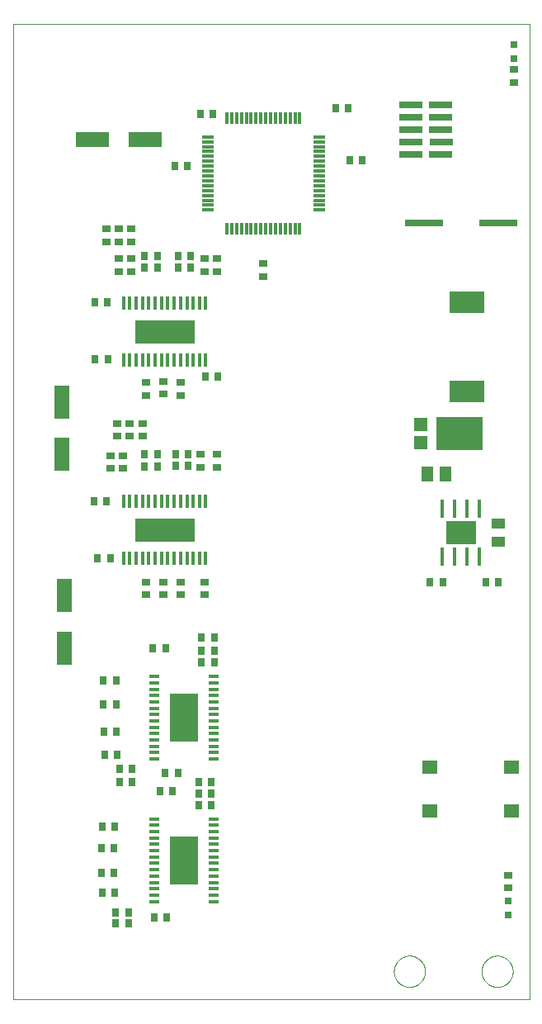
<source format=gbp>
G75*
%MOIN*%
%OFA0B0*%
%FSLAX25Y25*%
%IPPOS*%
%LPD*%
%AMOC8*
5,1,8,0,0,1.08239X$1,22.5*
%
%ADD10C,0.00000*%
%ADD11R,0.03937X0.01378*%
%ADD12R,0.11811X0.19685*%
%ADD13R,0.02756X0.03543*%
%ADD14R,0.01400X0.05800*%
%ADD15R,0.24300X0.09400*%
%ADD16R,0.03543X0.02756*%
%ADD17R,0.13780X0.06299*%
%ADD18R,0.06299X0.13780*%
%ADD19R,0.04724X0.01181*%
%ADD20R,0.01181X0.04724*%
%ADD21R,0.05700X0.04400*%
%ADD22R,0.15200X0.03100*%
%ADD23R,0.05118X0.05906*%
%ADD24R,0.05500X0.05500*%
%ADD25R,0.19100X0.13200*%
%ADD26R,0.03150X0.03150*%
%ADD27R,0.01800X0.07800*%
%ADD28R,0.12200X0.09400*%
%ADD29C,0.00600*%
%ADD30R,0.14173X0.09055*%
%ADD31R,0.06300X0.05512*%
%ADD32R,0.09700X0.02650*%
D10*
X0034894Y0034921D02*
X0034894Y0428622D01*
X0243555Y0428622D01*
X0243555Y0034921D01*
X0034894Y0034921D01*
X0188831Y0046339D02*
X0188833Y0046497D01*
X0188839Y0046655D01*
X0188849Y0046813D01*
X0188863Y0046971D01*
X0188881Y0047128D01*
X0188902Y0047285D01*
X0188928Y0047441D01*
X0188958Y0047597D01*
X0188991Y0047752D01*
X0189029Y0047905D01*
X0189070Y0048058D01*
X0189115Y0048210D01*
X0189164Y0048361D01*
X0189217Y0048510D01*
X0189273Y0048658D01*
X0189333Y0048804D01*
X0189397Y0048949D01*
X0189465Y0049092D01*
X0189536Y0049234D01*
X0189610Y0049374D01*
X0189688Y0049511D01*
X0189770Y0049647D01*
X0189854Y0049781D01*
X0189943Y0049912D01*
X0190034Y0050041D01*
X0190129Y0050168D01*
X0190226Y0050293D01*
X0190327Y0050415D01*
X0190431Y0050534D01*
X0190538Y0050651D01*
X0190648Y0050765D01*
X0190761Y0050876D01*
X0190876Y0050985D01*
X0190994Y0051090D01*
X0191115Y0051192D01*
X0191238Y0051292D01*
X0191364Y0051388D01*
X0191492Y0051481D01*
X0191622Y0051571D01*
X0191755Y0051657D01*
X0191890Y0051741D01*
X0192026Y0051820D01*
X0192165Y0051897D01*
X0192306Y0051969D01*
X0192448Y0052039D01*
X0192592Y0052104D01*
X0192738Y0052166D01*
X0192885Y0052224D01*
X0193034Y0052279D01*
X0193184Y0052330D01*
X0193335Y0052377D01*
X0193487Y0052420D01*
X0193640Y0052459D01*
X0193795Y0052495D01*
X0193950Y0052526D01*
X0194106Y0052554D01*
X0194262Y0052578D01*
X0194419Y0052598D01*
X0194577Y0052614D01*
X0194734Y0052626D01*
X0194893Y0052634D01*
X0195051Y0052638D01*
X0195209Y0052638D01*
X0195367Y0052634D01*
X0195526Y0052626D01*
X0195683Y0052614D01*
X0195841Y0052598D01*
X0195998Y0052578D01*
X0196154Y0052554D01*
X0196310Y0052526D01*
X0196465Y0052495D01*
X0196620Y0052459D01*
X0196773Y0052420D01*
X0196925Y0052377D01*
X0197076Y0052330D01*
X0197226Y0052279D01*
X0197375Y0052224D01*
X0197522Y0052166D01*
X0197668Y0052104D01*
X0197812Y0052039D01*
X0197954Y0051969D01*
X0198095Y0051897D01*
X0198234Y0051820D01*
X0198370Y0051741D01*
X0198505Y0051657D01*
X0198638Y0051571D01*
X0198768Y0051481D01*
X0198896Y0051388D01*
X0199022Y0051292D01*
X0199145Y0051192D01*
X0199266Y0051090D01*
X0199384Y0050985D01*
X0199499Y0050876D01*
X0199612Y0050765D01*
X0199722Y0050651D01*
X0199829Y0050534D01*
X0199933Y0050415D01*
X0200034Y0050293D01*
X0200131Y0050168D01*
X0200226Y0050041D01*
X0200317Y0049912D01*
X0200406Y0049781D01*
X0200490Y0049647D01*
X0200572Y0049511D01*
X0200650Y0049374D01*
X0200724Y0049234D01*
X0200795Y0049092D01*
X0200863Y0048949D01*
X0200927Y0048804D01*
X0200987Y0048658D01*
X0201043Y0048510D01*
X0201096Y0048361D01*
X0201145Y0048210D01*
X0201190Y0048058D01*
X0201231Y0047905D01*
X0201269Y0047752D01*
X0201302Y0047597D01*
X0201332Y0047441D01*
X0201358Y0047285D01*
X0201379Y0047128D01*
X0201397Y0046971D01*
X0201411Y0046813D01*
X0201421Y0046655D01*
X0201427Y0046497D01*
X0201429Y0046339D01*
X0201427Y0046181D01*
X0201421Y0046023D01*
X0201411Y0045865D01*
X0201397Y0045707D01*
X0201379Y0045550D01*
X0201358Y0045393D01*
X0201332Y0045237D01*
X0201302Y0045081D01*
X0201269Y0044926D01*
X0201231Y0044773D01*
X0201190Y0044620D01*
X0201145Y0044468D01*
X0201096Y0044317D01*
X0201043Y0044168D01*
X0200987Y0044020D01*
X0200927Y0043874D01*
X0200863Y0043729D01*
X0200795Y0043586D01*
X0200724Y0043444D01*
X0200650Y0043304D01*
X0200572Y0043167D01*
X0200490Y0043031D01*
X0200406Y0042897D01*
X0200317Y0042766D01*
X0200226Y0042637D01*
X0200131Y0042510D01*
X0200034Y0042385D01*
X0199933Y0042263D01*
X0199829Y0042144D01*
X0199722Y0042027D01*
X0199612Y0041913D01*
X0199499Y0041802D01*
X0199384Y0041693D01*
X0199266Y0041588D01*
X0199145Y0041486D01*
X0199022Y0041386D01*
X0198896Y0041290D01*
X0198768Y0041197D01*
X0198638Y0041107D01*
X0198505Y0041021D01*
X0198370Y0040937D01*
X0198234Y0040858D01*
X0198095Y0040781D01*
X0197954Y0040709D01*
X0197812Y0040639D01*
X0197668Y0040574D01*
X0197522Y0040512D01*
X0197375Y0040454D01*
X0197226Y0040399D01*
X0197076Y0040348D01*
X0196925Y0040301D01*
X0196773Y0040258D01*
X0196620Y0040219D01*
X0196465Y0040183D01*
X0196310Y0040152D01*
X0196154Y0040124D01*
X0195998Y0040100D01*
X0195841Y0040080D01*
X0195683Y0040064D01*
X0195526Y0040052D01*
X0195367Y0040044D01*
X0195209Y0040040D01*
X0195051Y0040040D01*
X0194893Y0040044D01*
X0194734Y0040052D01*
X0194577Y0040064D01*
X0194419Y0040080D01*
X0194262Y0040100D01*
X0194106Y0040124D01*
X0193950Y0040152D01*
X0193795Y0040183D01*
X0193640Y0040219D01*
X0193487Y0040258D01*
X0193335Y0040301D01*
X0193184Y0040348D01*
X0193034Y0040399D01*
X0192885Y0040454D01*
X0192738Y0040512D01*
X0192592Y0040574D01*
X0192448Y0040639D01*
X0192306Y0040709D01*
X0192165Y0040781D01*
X0192026Y0040858D01*
X0191890Y0040937D01*
X0191755Y0041021D01*
X0191622Y0041107D01*
X0191492Y0041197D01*
X0191364Y0041290D01*
X0191238Y0041386D01*
X0191115Y0041486D01*
X0190994Y0041588D01*
X0190876Y0041693D01*
X0190761Y0041802D01*
X0190648Y0041913D01*
X0190538Y0042027D01*
X0190431Y0042144D01*
X0190327Y0042263D01*
X0190226Y0042385D01*
X0190129Y0042510D01*
X0190034Y0042637D01*
X0189943Y0042766D01*
X0189854Y0042897D01*
X0189770Y0043031D01*
X0189688Y0043167D01*
X0189610Y0043304D01*
X0189536Y0043444D01*
X0189465Y0043586D01*
X0189397Y0043729D01*
X0189333Y0043874D01*
X0189273Y0044020D01*
X0189217Y0044168D01*
X0189164Y0044317D01*
X0189115Y0044468D01*
X0189070Y0044620D01*
X0189029Y0044773D01*
X0188991Y0044926D01*
X0188958Y0045081D01*
X0188928Y0045237D01*
X0188902Y0045393D01*
X0188881Y0045550D01*
X0188863Y0045707D01*
X0188849Y0045865D01*
X0188839Y0046023D01*
X0188833Y0046181D01*
X0188831Y0046339D01*
X0224264Y0046339D02*
X0224266Y0046497D01*
X0224272Y0046655D01*
X0224282Y0046813D01*
X0224296Y0046971D01*
X0224314Y0047128D01*
X0224335Y0047285D01*
X0224361Y0047441D01*
X0224391Y0047597D01*
X0224424Y0047752D01*
X0224462Y0047905D01*
X0224503Y0048058D01*
X0224548Y0048210D01*
X0224597Y0048361D01*
X0224650Y0048510D01*
X0224706Y0048658D01*
X0224766Y0048804D01*
X0224830Y0048949D01*
X0224898Y0049092D01*
X0224969Y0049234D01*
X0225043Y0049374D01*
X0225121Y0049511D01*
X0225203Y0049647D01*
X0225287Y0049781D01*
X0225376Y0049912D01*
X0225467Y0050041D01*
X0225562Y0050168D01*
X0225659Y0050293D01*
X0225760Y0050415D01*
X0225864Y0050534D01*
X0225971Y0050651D01*
X0226081Y0050765D01*
X0226194Y0050876D01*
X0226309Y0050985D01*
X0226427Y0051090D01*
X0226548Y0051192D01*
X0226671Y0051292D01*
X0226797Y0051388D01*
X0226925Y0051481D01*
X0227055Y0051571D01*
X0227188Y0051657D01*
X0227323Y0051741D01*
X0227459Y0051820D01*
X0227598Y0051897D01*
X0227739Y0051969D01*
X0227881Y0052039D01*
X0228025Y0052104D01*
X0228171Y0052166D01*
X0228318Y0052224D01*
X0228467Y0052279D01*
X0228617Y0052330D01*
X0228768Y0052377D01*
X0228920Y0052420D01*
X0229073Y0052459D01*
X0229228Y0052495D01*
X0229383Y0052526D01*
X0229539Y0052554D01*
X0229695Y0052578D01*
X0229852Y0052598D01*
X0230010Y0052614D01*
X0230167Y0052626D01*
X0230326Y0052634D01*
X0230484Y0052638D01*
X0230642Y0052638D01*
X0230800Y0052634D01*
X0230959Y0052626D01*
X0231116Y0052614D01*
X0231274Y0052598D01*
X0231431Y0052578D01*
X0231587Y0052554D01*
X0231743Y0052526D01*
X0231898Y0052495D01*
X0232053Y0052459D01*
X0232206Y0052420D01*
X0232358Y0052377D01*
X0232509Y0052330D01*
X0232659Y0052279D01*
X0232808Y0052224D01*
X0232955Y0052166D01*
X0233101Y0052104D01*
X0233245Y0052039D01*
X0233387Y0051969D01*
X0233528Y0051897D01*
X0233667Y0051820D01*
X0233803Y0051741D01*
X0233938Y0051657D01*
X0234071Y0051571D01*
X0234201Y0051481D01*
X0234329Y0051388D01*
X0234455Y0051292D01*
X0234578Y0051192D01*
X0234699Y0051090D01*
X0234817Y0050985D01*
X0234932Y0050876D01*
X0235045Y0050765D01*
X0235155Y0050651D01*
X0235262Y0050534D01*
X0235366Y0050415D01*
X0235467Y0050293D01*
X0235564Y0050168D01*
X0235659Y0050041D01*
X0235750Y0049912D01*
X0235839Y0049781D01*
X0235923Y0049647D01*
X0236005Y0049511D01*
X0236083Y0049374D01*
X0236157Y0049234D01*
X0236228Y0049092D01*
X0236296Y0048949D01*
X0236360Y0048804D01*
X0236420Y0048658D01*
X0236476Y0048510D01*
X0236529Y0048361D01*
X0236578Y0048210D01*
X0236623Y0048058D01*
X0236664Y0047905D01*
X0236702Y0047752D01*
X0236735Y0047597D01*
X0236765Y0047441D01*
X0236791Y0047285D01*
X0236812Y0047128D01*
X0236830Y0046971D01*
X0236844Y0046813D01*
X0236854Y0046655D01*
X0236860Y0046497D01*
X0236862Y0046339D01*
X0236860Y0046181D01*
X0236854Y0046023D01*
X0236844Y0045865D01*
X0236830Y0045707D01*
X0236812Y0045550D01*
X0236791Y0045393D01*
X0236765Y0045237D01*
X0236735Y0045081D01*
X0236702Y0044926D01*
X0236664Y0044773D01*
X0236623Y0044620D01*
X0236578Y0044468D01*
X0236529Y0044317D01*
X0236476Y0044168D01*
X0236420Y0044020D01*
X0236360Y0043874D01*
X0236296Y0043729D01*
X0236228Y0043586D01*
X0236157Y0043444D01*
X0236083Y0043304D01*
X0236005Y0043167D01*
X0235923Y0043031D01*
X0235839Y0042897D01*
X0235750Y0042766D01*
X0235659Y0042637D01*
X0235564Y0042510D01*
X0235467Y0042385D01*
X0235366Y0042263D01*
X0235262Y0042144D01*
X0235155Y0042027D01*
X0235045Y0041913D01*
X0234932Y0041802D01*
X0234817Y0041693D01*
X0234699Y0041588D01*
X0234578Y0041486D01*
X0234455Y0041386D01*
X0234329Y0041290D01*
X0234201Y0041197D01*
X0234071Y0041107D01*
X0233938Y0041021D01*
X0233803Y0040937D01*
X0233667Y0040858D01*
X0233528Y0040781D01*
X0233387Y0040709D01*
X0233245Y0040639D01*
X0233101Y0040574D01*
X0232955Y0040512D01*
X0232808Y0040454D01*
X0232659Y0040399D01*
X0232509Y0040348D01*
X0232358Y0040301D01*
X0232206Y0040258D01*
X0232053Y0040219D01*
X0231898Y0040183D01*
X0231743Y0040152D01*
X0231587Y0040124D01*
X0231431Y0040100D01*
X0231274Y0040080D01*
X0231116Y0040064D01*
X0230959Y0040052D01*
X0230800Y0040044D01*
X0230642Y0040040D01*
X0230484Y0040040D01*
X0230326Y0040044D01*
X0230167Y0040052D01*
X0230010Y0040064D01*
X0229852Y0040080D01*
X0229695Y0040100D01*
X0229539Y0040124D01*
X0229383Y0040152D01*
X0229228Y0040183D01*
X0229073Y0040219D01*
X0228920Y0040258D01*
X0228768Y0040301D01*
X0228617Y0040348D01*
X0228467Y0040399D01*
X0228318Y0040454D01*
X0228171Y0040512D01*
X0228025Y0040574D01*
X0227881Y0040639D01*
X0227739Y0040709D01*
X0227598Y0040781D01*
X0227459Y0040858D01*
X0227323Y0040937D01*
X0227188Y0041021D01*
X0227055Y0041107D01*
X0226925Y0041197D01*
X0226797Y0041290D01*
X0226671Y0041386D01*
X0226548Y0041486D01*
X0226427Y0041588D01*
X0226309Y0041693D01*
X0226194Y0041802D01*
X0226081Y0041913D01*
X0225971Y0042027D01*
X0225864Y0042144D01*
X0225760Y0042263D01*
X0225659Y0042385D01*
X0225562Y0042510D01*
X0225467Y0042637D01*
X0225376Y0042766D01*
X0225287Y0042897D01*
X0225203Y0043031D01*
X0225121Y0043167D01*
X0225043Y0043304D01*
X0224969Y0043444D01*
X0224898Y0043586D01*
X0224830Y0043729D01*
X0224766Y0043874D01*
X0224706Y0044020D01*
X0224650Y0044168D01*
X0224597Y0044317D01*
X0224548Y0044468D01*
X0224503Y0044620D01*
X0224462Y0044773D01*
X0224424Y0044926D01*
X0224391Y0045081D01*
X0224361Y0045237D01*
X0224335Y0045393D01*
X0224314Y0045550D01*
X0224296Y0045707D01*
X0224282Y0045865D01*
X0224272Y0046023D01*
X0224266Y0046181D01*
X0224264Y0046339D01*
D11*
X0116156Y0074563D03*
X0116156Y0077122D03*
X0116156Y0079681D03*
X0116156Y0082240D03*
X0116156Y0084799D03*
X0116156Y0087358D03*
X0116156Y0089917D03*
X0116156Y0092476D03*
X0116156Y0095035D03*
X0116156Y0097594D03*
X0116156Y0100154D03*
X0116156Y0102713D03*
X0116156Y0105272D03*
X0116156Y0107831D03*
X0116156Y0132063D03*
X0116156Y0134622D03*
X0116156Y0137181D03*
X0116156Y0139740D03*
X0116156Y0142299D03*
X0116156Y0144858D03*
X0116156Y0147417D03*
X0116156Y0149976D03*
X0116156Y0152535D03*
X0116156Y0155094D03*
X0116156Y0157654D03*
X0116156Y0160213D03*
X0116156Y0162772D03*
X0116156Y0165331D03*
X0091844Y0165331D03*
X0091844Y0162772D03*
X0091844Y0160213D03*
X0091844Y0157654D03*
X0091844Y0155094D03*
X0091844Y0152535D03*
X0091844Y0149976D03*
X0091844Y0147417D03*
X0091844Y0144858D03*
X0091844Y0142299D03*
X0091844Y0139740D03*
X0091844Y0137181D03*
X0091844Y0134622D03*
X0091844Y0132063D03*
X0091844Y0107831D03*
X0091844Y0105272D03*
X0091844Y0102713D03*
X0091844Y0100154D03*
X0091844Y0097594D03*
X0091844Y0095035D03*
X0091844Y0092476D03*
X0091844Y0089917D03*
X0091844Y0087358D03*
X0091844Y0084799D03*
X0091844Y0082240D03*
X0091844Y0079681D03*
X0091844Y0077122D03*
X0091844Y0074563D03*
D12*
X0104000Y0091197D03*
X0104000Y0148697D03*
D13*
X0111075Y0171142D03*
X0111075Y0175866D03*
X0111091Y0181028D03*
X0116209Y0181028D03*
X0116193Y0175866D03*
X0116193Y0171142D03*
X0101559Y0126559D03*
X0096441Y0126559D03*
X0094260Y0118921D03*
X0099378Y0118921D03*
X0109894Y0117992D03*
X0109894Y0113268D03*
X0115012Y0113268D03*
X0115012Y0117992D03*
X0114984Y0122858D03*
X0109866Y0122858D03*
X0096559Y0176697D03*
X0091441Y0176697D03*
X0076559Y0163697D03*
X0071441Y0163697D03*
X0071441Y0154197D03*
X0071547Y0143197D03*
X0076665Y0143197D03*
X0076559Y0154197D03*
X0077059Y0133697D03*
X0077941Y0128197D03*
X0077941Y0122697D03*
X0083059Y0122697D03*
X0083059Y0128197D03*
X0071941Y0133697D03*
X0070941Y0104697D03*
X0076059Y0104697D03*
X0075665Y0096197D03*
X0075665Y0086197D03*
X0070547Y0086197D03*
X0070547Y0096197D03*
X0070941Y0078197D03*
X0076059Y0078197D03*
X0076441Y0070197D03*
X0076441Y0065697D03*
X0081559Y0065697D03*
X0081559Y0070197D03*
X0091941Y0068197D03*
X0097059Y0068197D03*
X0074260Y0212961D03*
X0069142Y0212961D03*
X0067642Y0235961D03*
X0072760Y0235961D03*
X0088142Y0249961D03*
X0088142Y0254961D03*
X0093260Y0254961D03*
X0093260Y0249961D03*
X0100642Y0250461D03*
X0100642Y0254961D03*
X0105760Y0254961D03*
X0105760Y0250461D03*
X0112642Y0286461D03*
X0117760Y0286461D03*
X0106760Y0330461D03*
X0106760Y0334961D03*
X0101642Y0334961D03*
X0101642Y0330461D03*
X0093260Y0330461D03*
X0093260Y0334961D03*
X0088142Y0334961D03*
X0088142Y0330461D03*
X0072972Y0316461D03*
X0067854Y0316461D03*
X0068142Y0293461D03*
X0073260Y0293461D03*
X0100315Y0371264D03*
X0105433Y0371264D03*
X0110681Y0392402D03*
X0115799Y0392402D03*
X0165193Y0394756D03*
X0170311Y0394756D03*
X0170843Y0373768D03*
X0175961Y0373768D03*
X0203398Y0203386D03*
X0208516Y0203386D03*
X0225898Y0203386D03*
X0231016Y0203386D03*
D14*
X0112801Y0212961D03*
X0110301Y0212961D03*
X0107701Y0212961D03*
X0105201Y0212961D03*
X0102601Y0212961D03*
X0100001Y0212961D03*
X0097501Y0212961D03*
X0094901Y0212961D03*
X0092401Y0212961D03*
X0089801Y0212961D03*
X0087201Y0212961D03*
X0084701Y0212961D03*
X0082101Y0212961D03*
X0079601Y0212961D03*
X0079601Y0235961D03*
X0082101Y0235961D03*
X0084701Y0235961D03*
X0087201Y0235961D03*
X0089801Y0235961D03*
X0092401Y0235961D03*
X0094901Y0235961D03*
X0097501Y0235961D03*
X0100001Y0235961D03*
X0102601Y0235961D03*
X0105201Y0235961D03*
X0107701Y0235961D03*
X0110301Y0235961D03*
X0112801Y0235961D03*
X0112801Y0292961D03*
X0110301Y0292961D03*
X0107701Y0292961D03*
X0105201Y0292961D03*
X0102601Y0292961D03*
X0100001Y0292961D03*
X0097501Y0292961D03*
X0094901Y0292961D03*
X0092401Y0292961D03*
X0089801Y0292961D03*
X0087201Y0292961D03*
X0084701Y0292961D03*
X0082101Y0292961D03*
X0079601Y0292961D03*
X0079601Y0315961D03*
X0082101Y0315961D03*
X0084701Y0315961D03*
X0087201Y0315961D03*
X0089801Y0315961D03*
X0092401Y0315961D03*
X0094901Y0315961D03*
X0097501Y0315961D03*
X0100001Y0315961D03*
X0102601Y0315961D03*
X0105201Y0315961D03*
X0107701Y0315961D03*
X0110301Y0315961D03*
X0112801Y0315961D03*
D15*
X0096201Y0304461D03*
X0096201Y0224461D03*
D16*
X0095701Y0203520D03*
X0095701Y0198402D03*
X0088701Y0198402D03*
X0088701Y0203520D03*
X0102701Y0203520D03*
X0102701Y0198402D03*
X0112201Y0198402D03*
X0112201Y0203520D03*
X0110701Y0249902D03*
X0110701Y0255020D03*
X0117201Y0255020D03*
X0117201Y0249902D03*
X0102701Y0278902D03*
X0102701Y0284020D03*
X0095701Y0284520D03*
X0095701Y0279402D03*
X0088701Y0278902D03*
X0088701Y0284020D03*
X0087469Y0267520D03*
X0087469Y0262402D03*
X0082075Y0262402D03*
X0082075Y0267520D03*
X0076969Y0267520D03*
X0076969Y0262402D03*
X0079201Y0254520D03*
X0079201Y0249402D03*
X0074201Y0249402D03*
X0074201Y0254520D03*
X0077701Y0328902D03*
X0077701Y0334020D03*
X0077701Y0340902D03*
X0077701Y0346020D03*
X0082701Y0346020D03*
X0082701Y0340902D03*
X0082701Y0334020D03*
X0082701Y0328902D03*
X0072701Y0340902D03*
X0072701Y0346020D03*
X0112201Y0334020D03*
X0112201Y0328902D03*
X0117201Y0328902D03*
X0117201Y0334020D03*
X0136075Y0331969D03*
X0136075Y0326850D03*
X0237295Y0405197D03*
X0237295Y0410315D03*
X0234894Y0085118D03*
X0234894Y0080000D03*
D17*
X0088197Y0382181D03*
X0066937Y0382181D03*
D18*
X0054823Y0276177D03*
X0054823Y0254917D03*
X0055638Y0198165D03*
X0055638Y0176906D03*
D19*
X0113634Y0353622D03*
X0113634Y0355591D03*
X0113634Y0357559D03*
X0113634Y0359528D03*
X0113634Y0361496D03*
X0113634Y0363465D03*
X0113634Y0365433D03*
X0113634Y0367402D03*
X0113634Y0369370D03*
X0113634Y0371339D03*
X0113634Y0373307D03*
X0113634Y0375276D03*
X0113634Y0377244D03*
X0113634Y0379213D03*
X0113634Y0381181D03*
X0113634Y0383150D03*
X0158516Y0383150D03*
X0158516Y0381181D03*
X0158516Y0379213D03*
X0158516Y0377244D03*
X0158516Y0375276D03*
X0158516Y0373307D03*
X0158516Y0371339D03*
X0158516Y0369370D03*
X0158516Y0367402D03*
X0158516Y0365433D03*
X0158516Y0363465D03*
X0158516Y0361496D03*
X0158516Y0359528D03*
X0158516Y0357559D03*
X0158516Y0355591D03*
X0158516Y0353622D03*
D20*
X0150839Y0345945D03*
X0148870Y0345945D03*
X0146902Y0345945D03*
X0144933Y0345945D03*
X0142965Y0345945D03*
X0140996Y0345945D03*
X0139028Y0345945D03*
X0137059Y0345945D03*
X0135091Y0345945D03*
X0133122Y0345945D03*
X0131154Y0345945D03*
X0129185Y0345945D03*
X0127217Y0345945D03*
X0125248Y0345945D03*
X0123280Y0345945D03*
X0121311Y0345945D03*
X0121311Y0390827D03*
X0123280Y0390827D03*
X0125248Y0390827D03*
X0127217Y0390827D03*
X0129185Y0390827D03*
X0131154Y0390827D03*
X0133122Y0390827D03*
X0135091Y0390827D03*
X0137059Y0390827D03*
X0139028Y0390827D03*
X0140996Y0390827D03*
X0142965Y0390827D03*
X0144933Y0390827D03*
X0146902Y0390827D03*
X0148870Y0390827D03*
X0150839Y0390827D03*
D21*
X0230957Y0226936D03*
X0230957Y0219836D03*
D22*
X0231007Y0348386D03*
X0200907Y0348386D03*
D23*
X0202217Y0247136D03*
X0209697Y0247136D03*
D24*
X0199707Y0259764D03*
X0199707Y0267008D03*
D25*
X0215407Y0263386D03*
D26*
X0237384Y0414606D03*
X0237384Y0420512D03*
X0234894Y0074882D03*
X0234894Y0068976D03*
D27*
X0223457Y0213686D03*
X0218457Y0213686D03*
X0213457Y0213686D03*
X0208457Y0213686D03*
X0208457Y0233086D03*
X0213457Y0233086D03*
X0218457Y0233086D03*
X0223457Y0233086D03*
D28*
X0215957Y0223386D03*
D29*
X0216357Y0227686D02*
X0221657Y0227686D01*
X0221657Y0219086D01*
X0216357Y0219086D01*
X0216357Y0227686D01*
X0215557Y0227686D02*
X0215557Y0219086D01*
X0210257Y0219086D01*
X0210257Y0227686D01*
X0215557Y0227686D01*
D30*
X0218457Y0280276D03*
X0218457Y0316496D03*
D31*
X0203398Y0128819D03*
X0203398Y0111102D03*
X0236469Y0111102D03*
X0236469Y0128819D03*
D32*
X0207773Y0376077D03*
X0207873Y0381077D03*
X0207823Y0386127D03*
X0207773Y0391227D03*
X0207823Y0396177D03*
X0195823Y0396127D03*
X0195823Y0391127D03*
X0195723Y0386127D03*
X0195773Y0381027D03*
X0195773Y0376027D03*
M02*

</source>
